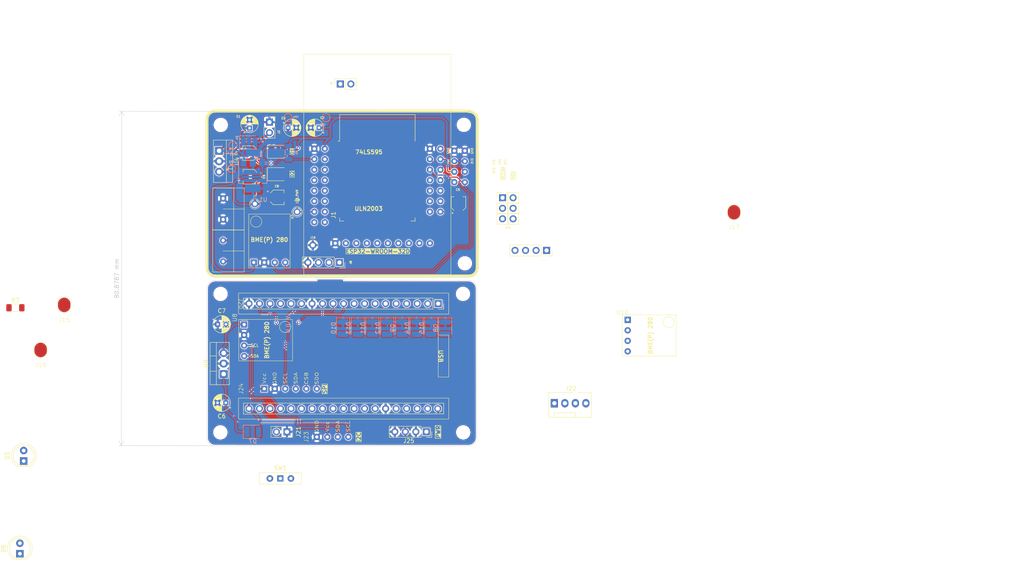
<source format=kicad_pcb>
(kicad_pcb (version 20240108) (generator "pcbnew") (generator_version "8.0")
  (layers (0 "F.Cu" signal) (31 "B.Cu" signal) (34 "B.Paste" user) (35 "F.Paste" user) (36 "B.SilkS" user "B.Silkscreen") (37 "F.SilkS" user "F.Silkscreen") (38 "B.Mask" user) (39 "F.Mask" user) (44 "Edge.Cuts" user))
  (net 0 "")
  (net 1 "GND")
  (net 2 "+3V3")
  (net 3 "+5V")
  (net 4 "/RXD")
  (net 5 "/TXD")
  (net 6 "/SDA")
  (net 7 "/GPIO_33")
  (net 8 "/SCL")
  (net 9 "/OUT3")
  (net 10 "/EN")
  (net 11 "/SOURCE2")
  (net 12 "/SOURCE1")
  (net 13 "/SOURCE3")
  (net 14 "/VDC")
  (net 15 "/DAC1")
  (net 16 "/DAC2")
  (net 17 "/GPIO39")
  (net 18 "/GPIO19")
  (net 19 "/GPIO17")
  (net 20 "/GPIO5")
  (net 21 "/GPIO18")
  (net 22 "/SD_DATA0")
  (net 23 "/ADC2_CH3")
  (net 24 "/SD_DATA3")
  (net 25 "/SD_CMD")
  (net 26 "/SD_CLK")
  (net 27 "/SD_DATA2")
  (net 28 "/SD_DATA1")
  (net 29 "/ADC2_CH0")
  (net 30 "/GPIO23")
  (net 31 "/GPIO36")
  (net 32 "/ADC2_CH2")
  (net 33 "/BOOT")
  (net 34 "/GPIO13")
  (net 35 "/SOURCE4")
  (net 36 "/SOURCE5")
  (net 37 "/SIPO_DATA")
  (net 38 "/SIPO_CLK")
  (net 39 "/SIPO_LATCH")
  (net 40 "/GPIO14")
  (net 41 "/OUT1")
  (net 42 "/VIN")
  (net 43 "Net-(D5-Pad1)")
  (net 44 "Net-(J15-Pin_1)")
  (net 45 "Net-(J19-Pin_1)")
  (net 46 "/OUT2")
  (net 58 "/RX")
  (net 63 "/TX")
  (net 74 "/SCL-2")
  (net 75 "/SDA-2")
  (net 78 "/12V")
  (net 80 "/QB-2")
  (net 81 "/QC-2")
  (net 82 "/QE-2")
  (net 83 "/QA-2")
  (net 84 "/QD-2")
  (net 85 "/QG-2")
  (net 86 "/QH-2")
  (net 87 "/QF-2")
  (net 88 "/SPI-SDO")
  (net 89 "/SPI-CSB")
  (net 90 "/SPI-SCL")
  (net 91 "/SPI-SDA")
  (net 92 "/D23")
  (net 93 "/D18")
  (net 94 "Net-(J21-Pin_2)")
  (footprint "Capacitor_THT:CP_Radial_D4.0mm_P2.00mm" (layer "F.Cu") (at 107 44.2 180)
    (property "Reference" "C2")
    (property "Value" "1uF")
  )
  (footprint "LED_SMD:LED_1210_3225Metric_Pad1.42x2.65mm_HandSolder" (layer "F.Cu") (at 97 55.45)
    (property "Reference" "D2")
    (property "Value" "STATUS")
  )
  (footprint "Capacitor_SMD:CP_Elec_3x5.3" (layer "F.Cu") (at 90.3 50.35 180)
    (property "Reference" "C4")
    (property "Value" "0.1uF")
  )
  (footprint "Resistor_SMD:R_1206_3216Metric_Pad1.30x1.75mm_HandSolder" (layer "F.Cu") (at 33.612 87.7585)
    (property "Reference" "R7")
    (property "Value" "4K7")
  )
  (footprint "LED_THT:LED_D5.0mm" (layer "F.Cu") (at 34.7 147.25 90)
    (property "Reference" "D6")
    (property "Value" "LED_STATUS")
  )
  (footprint "Button_Switch_THT:SW_Slide-03_Wuerth-WS-SLTV_10x2.5x6.4_P2.54mm" (layer "F.Cu") (at 97.66 129.05)
    (property "Reference" "SW1")
    (property "Value" "SW_SPDT")
  )
  (footprint "Connector:FanPinHeader_1x04_P2.54mm_Vertical" (layer "F.Cu") (at 163.88 110.85)
    (property "Reference" "J22")
    (property "Value" "Conn_01x04_Pin")
  )
  (footprint "Alexander Footprint Library:Pad_1x01_P2.54_SMD" (layer "F.Cu") (at 39.712 102.098)
    (property "Reference" "J19")
    (property "Value" "LED_PWR")
  )
  (footprint "Alexanddr Footprints Library:ESP32-WROOM-Adapter-Socket-2" (layer "F.Cu") (at 121.1 56.9025)
    (property "Reference" "J1")
    (property "Value" "~")
  )
  (footprint "Alexander Footprint Library:Pad_1x01_P2.54_SMD" (layer "F.Cu") (at 45.412 91.198)
    (property "Reference" "J15")
    (property "Value" "LED_PWR")
  )
  (footprint "MountingHole:MountingHole_3mm" (layer "F.Cu") (at 142 43.5)
    (property "Reference" "H1" (hide yes))
    (property "Value" "MountingHole_Pad")
  )
  (footprint "Connector_PinSocket_2.54mm:PinSocket_1x02_P2.54mm_Vertical" (layer "F.Cu") (at 99.25 117.775 -90)
    (property "Reference" "J21")
    (property "Value" "PWR")
  )
  (footprint "MountingHole:MountingHole_3mm" (layer "F.Cu") (at 83.25 43.53)
    (property "Reference" "H2" (hide yes))
    (property "Value" "MountingHole_Pad")
  )
  (footprint "Alexander Footprints Library:Conn_Terminal_5mm" (layer "F.Cu") (at 83.82 53.69)
    (property "Reference" "J9" (hide yes))
    (property "Value" "Conn_01x02_Socket")
  )
  (footprint "Alexander Footprint Library:Pad_1x01_P2.54_SMD" (layer "F.Cu") (at 207.3 68.7895)
    (property "Reference" "J17")
    (property "Value" "GND")
  )
  (footprint "MountingHole:MountingHole_3mm" (layer "F.Cu") (at 141.85 117.9)
    (property "Reference" "H4" (hide yes))
    (property "Value" "MountingHole_Pad")
  )
  (footprint "Capacitor_THT:CP_Radial_D4.0mm_P2.00mm" (layer "F.Cu") (at 82.5 91.75)
    (property "Reference" "C7")
    (property "Value" "1uF")
  )
  (footprint "Connector_PinSocket_2.54mm:PinSocket_1x04_P2.54mm_Vertical" (layer "F.Cu") (at 132.94 117.75 -90)
    (property "Reference" "J25")
    (property "Value" "PWR_SATA_Conn_01x04")
  )
  (footprint "Capacitor_SMD:CP_Elec_3x5.3" (layer "F.Cu") (at 90.4 56.05 180)
    (property "Reference" "C9")
    (property "Value" "0.1uF")
  )
  (footprint "Alexander Footprint Library:PinSocket_1x01_P2.54" (layer "F.Cu") (at 91.5 65.19)
    (property "Reference" "J7")
    (property "Value" "LED_PWR")
  )
  (footprint "Alexander Footprint Library:Conn_SPI" (layer "F.Cu") (at 88.68 107.35 90)
    (property "Reference" "J24")
    (property "Value" "~")
  )
  (footprint "Connector_PinSocket_2.54mm:PinSocket_1x02_P2.54mm_Vertical" (layer "F.Cu") (at 95.025 42.85)
    (property "Reference" "J2")
    (property "Value" "PWR")
  )
  (footprint "Connector_PinSocket_2.54mm:PinSocket_1x04_P2.54mm_Vertical" (layer "F.Cu") (at 111.94 76.8 -90)
    (property "Reference" "J6")
    (property "Value" "SOURCE")
  )
  (footprint "MountingHole:MountingHole_3mm" (layer "F.Cu") (at 83.15 117.9)
    (property "Reference" "H4" (hide yes))
    (property "Value" "MountingHole_Pad")
  )
  (footprint "Connector_PinSocket_2.54mm:PinSocket_1x04_P2.54mm_Vertical" (layer "F.Cu") (at 162 73.875 -90)
    (property "Reference" "J10" (hide yes))
    (property "Value" "ADC")
  )
  (footprint "Capacitor_SMD:CP_Elec_3x5.3" (layer "F.Cu") (at 140.7 62.65 90)
    (property "Reference" "C5")
    (property "Value" "0.1uF")
  )
  (footprint "MountingHole:MountingHole_3mm" (layer "F.Cu") (at 141.8 84.4)
    (property "Reference" "H4" (hide yes))
    (property "Value" "MountingHole_Pad")
  )
  (footprint "Capacitor_THT:CP_Radial_D4.0mm_P2.00mm" (layer "F.Cu") (at 99.5 44.2)
    (property "Reference" "C3")
    (property "Value" "1uF")
  )
  (footprint "Alexander Footprint Library:Conn_ESP32_WROOM-DevKit-38pins" (layer "F.Cu") (at 87.54 86.75 -90)
    (property "Reference" "J20")
    (property "Value" "~")
  )
  (footprint "Capacitor_SMD:CP_Elec_3x5.3" (layer "F.Cu") (at 96.8 61.05)
    (property "Reference" "C8")
    (property "Value" "10uF")
  )
  (footprint "Alexander Footprint Library:LD1117" (layer "F.Cu") (at 83.945 103.79 90)
    (property "Reference" "U9")
    (property "Value" "L7805")
  )
  (footprint "Alexander Footprint Library:PinSocket_1x01_P2.54" (layer "F.Cu") (at 101.7 67.12)
    (property "Reference" "J18")
    (property "Value" "LED_PWR")
  )
  (footprint "Alexander Footprint Library:Conn_I2C" (layer "F.Cu") (at 98.84 119 90)
    (property "Reference" "J23")
    (property "Value" "I2C")
  )
  (footprint "Capacitor_THT:CP_Radial_D4.0mm_P2.00mm" (layer "F.Cu") (at 84.4726 110.75 180)
    (property "Reference" "C6")
    (property "Value" "1uF")
  )
  (footprint "Alexander Footprint Library:BME280_BMP280_I2C" (layer "F.Cu") (at 180.3 89.45)
    (property "Reference" "U10")
    (property "Value" "BME(P)280")
  )
  (footprint "MountingHole:MountingHole_3mm" (layer "F.Cu") (at 83.2 84.4)
    (property "Reference" "H4" (hide yes))
    (property "Value" "MountingHole_Pad")
  )
  (footprint "Connector_PinSocket_2.54mm:PinSocket_1x02_P2.54mm_Vertical" (layer "F.Cu") (at 112.15 33.625 90)
    (property "Reference" "J5")
    (property "Value" "DAC")
  )
  (footprint "Alexander Footprint Library:CONN_2x3" (layer "F.Cu") (at 151.36 56.07)
    (property "Reference" "J14")
    (property "Value" "GPIO")
  )
  (footprint "Alexander Footprints Library:Conn_UART" (layer "F.Cu") (at 139.7 42.15)
    (property "Reference" "J3" (hide yes))
    (property "Value" "UART")
  )
  (footprint "Alexander Footprint Library:PinSocket_1x01_P2.54" (layer "F.Cu") (at 105.5 75.19)
    (property "Reference" "J16")
    (property "Value" "GND")
  )
  (footprint "Capacitor_THT:CP_Radial_D4.0mm_P2.00mm" (layer "F.Cu") (at 90.2 44.3 90)
    (property "Reference" "C1")
    (property "Value" "1uF")
  )
  (footprint "Alexander Footprint Library:BME280_BMP280_I2C" (layer "F.Cu") (at 90 78.1 90)
    (property "Reference" "U7")
    (property "Value" "BME(P)280")
  )
  (footprint "Alexander Footprint Library:LD1117" (layer "F.Cu") (at 82.855 49.77 -90)
    (property "Reference" "U4")
    (property "Value" "L7805")
  )
  (footprint "Alexander Footprints Library:Conn_I2C" (layer "F.Cu") (at 142.24 42.15)
    (property "Reference" "J4" (hide yes))
    (property "Value" "I2C")
  )
  (footprint "LED_THT:LED_D5.0mm" (layer "F.Cu") (at 35.612 124.8335 90)
    (property "Reference" "D5")
    (property "Value" "LED_PWR")
  )
  (footprint "Alexander Footprint Library:BME280_BMP280_I2C" (layer "F.Cu") (at 87.6 90.59)
    (property "Reference" "U8")
    (property "Value" "BME(P)280")
  )
  (footprint "LED_SMD:LED_1210_3225Metric_Pad1.42x2.65mm_HandSolder" (layer "F.Cu") (at 97 50)
    (property "Reference" "D1")
    (property "Value" "PWR")
  )
  (footprint "MountingHole:MountingHole_3mm" (layer "F.Cu") (at 142.25 77)
    (property "Reference" "H4" (hide yes))
    (property "Value" "MountingHole_Pad")
  )
  (footprint "Alexander Footprints Library:Conn_Terminal_5mm" (layer "F.Cu") (at 83.82 63.85)
    (property "Reference" "J8" (hide yes))
    (property "Value" "Conn_01x02_Socket")
  )
  (footprint "TestPoint:TestPoint_Pad_D1.5mm" (layer "B.Cu") (at 99.5 41.75 180)
    (property "Reference" "TP4")
    (property "Value" "5V")
  )
  (footprint "LED_SMD:LED_1210_3225Metric_Pad1.42x2.65mm_HandSolder" (layer "B.Cu") (at 127.1 92.65 -90)
    (property "Reference" "D9")
    (property "Value" "PWR")
  )
  (footprint "TestPoint:TestPoint_Pad_D1.5mm" (layer "B.Cu") (at 108.7 41.75 180)
    (property "Reference" "TP3")
    (property "Value" "3V3")
  )
  (footprint "LED_SMD:LED_1210_3225Metric_Pad1.42x2.65mm_HandSolder" (layer "B.Cu") (at 119.9 92.65 -90)
    (property "Reference" "D11")
    (property "Value" "PWR")
  )
  (footprint "Diode_SMD:D_1210_3225Metric" (layer "B.Cu") (at 91 117.75)
    (property "Reference" "D7")
    (property "Value" "D")
  )
  (footprint "LED_SMD:LED_1210_3225Metric_Pad1.42x2.65mm_HandSolder" (layer "B.Cu") (at 134.1 92.65 -90)
    (property "Reference" "D15")
    (property "Value" "PWR")
  )
  (footprint "Resistor_SMD:R_1206_3216Metric_Pad1.30x1.75mm_HandSolder" (layer "B.Cu") (at 99.7 50.25 -90)
    (property "Reference" "R1")
    (property "Value" "10K")
  )
  (footprint "Diode_SMD:D_1210_3225Metric" (layer "B.Cu") (at 90.1 47.75)
    (property "Reference" "D4")
    (property "Value" "D")
  )
  (footprint "LED_SMD:LED_1210_3225Metric_Pad1.42x2.65mm_HandSolder" (layer "B.Cu") (at 130.6 92.65 -90)
    (property "Reference" "D14")
    (property "Value" "PWR")
  )
  (footprint "TestPoint:TestPoint_Pad_D1.5mm" (layer "B.Cu") (at 86.2 48.45 180)
    (property "Reference" "TP1")
    (property "Value" "VIN")
  )
  (footprint "LED_SMD:LED_1210_3225Metric_Pad1.42x2.65mm_HandSolder" (layer "B.Cu") (at 123.5 92.65 -90)
    (property "Reference" "D12")
    (property "Value" "PWR")
  )
  (footprint "TestPoint:TestPoint_Pad_D1.5mm" (layer "B.Cu") (at 85.9 54.15 180)
    (property "Reference" "TP2")
    (property "Value" "GND")
  )
  (footprint "LED_SMD:LED_1210_3225Metric_Pad1.42x2.65mm_HandSolder" (layer "B.Cu") (at 116.4 92.65 -90)
    (property "Reference" "D13")
    (property "Value" "PWR")
  )
  (footprint "LED_SMD:LED_1210_3225Metric_Pad1.42x2.65mm_HandSolder" (layer "B.Cu") (at 112.8 92.65 -90)
    (property "Reference" "D10")
    (property "Value" "PWR")
  )
  (footprint "Package_TO_SOT_SMD:SOT-223-3_TabPin2" (layer "B.Cu") (at 91 55.75 -90)
    (property "Reference" "U1")
    (property "Value" "AMS1117-3V3")
  )
  (footprint "LED_SMD:LED_1210_3225Metric_Pad1.42x2.65mm_HandSolder" (layer "B.Cu") (at 137.5 92.65 -90)
    (property "Reference" "D8")
    (property "Value" "PWR")
  )
  (gr_line (start 145.25 42.11421) (end 145.25 78.085782) (stroke (width 0.75)) (layer "F.SilkS"))
  (gr_line (start 81.914218 40.164218) (end 143.08579 40.164218) (stroke (width 0.75)) (layer "F.SilkS"))
  (gr_arc (start 145.25 78.085782) (mid 144.66422 79.500007) (end 143.25 80.085782) (stroke (width 0.75)) (layer "F.SilkS"))
  (gr_line (start 79.914218 42.11421) (end 79.914218 78.085782) (stroke (width 0.75)) (layer "F.SilkS"))
  (gr_arc (start 81.914218 80.085782) (mid 80.499999 79.500001) (end 79.914218 78.085782) (stroke (width 0.75)) (layer "F.SilkS"))
  (gr_arc (start 143.25 40.25) (mid 144.664214 40.835786) (end 145.25 42.25) (stroke (width 0.75)) (layer "F.SilkS"))
  (gr_arc (start 79.914218 42.164218) (mid 80.499999 40.749999) (end 81.914218 40.164218) (stroke (width 0.75)) (layer "F.SilkS"))
  (gr_line (start 81.914214 80.085782) (end 143.085786 80.085782) (stroke (width 0.75)) (layer "F.SilkS"))
  (gr_line (start 82.014214 80.235786) (end 106.4 80.25) (stroke (width 0.1)) (layer "Edge.Cuts"))
  (gr_line (start 80 42.25) (end 80.014214 78.235786) (stroke (width 0.1)) (layer "Edge.Cuts"))
  (gr_arc (start 79.921321 83.157107) (mid 80.507106 81.742896) (end 81.921321 81.157107) (stroke (width 0.1)) (layer "Edge.Cuts"))
  (gr_line (start 81.921321 121.128679) (end 143.107107 121.142893) (stroke (width 0.1)) (layer "Edge.Cuts"))
  (gr_arc (start 81.921321 121.128679) (mid 80.507101 120.542899) (end 79.921321 119.128679) (stroke (width 0.1)) (layer "Edge.Cuts"))
  (gr_line (start 143.092893 81.157107) (end 113 81.15) (stroke (width 0.1)) (layer "Edge.Cuts"))
  (gr_arc (start 145.107107 119.142893) (mid 144.521321 120.557107) (end 143.107107 121.142893) (stroke (width 0.1)) (layer "Edge.Cuts"))
  (gr_line (start 106.4 81.15) (end 81.921321 81.157107) (stroke (width 0.1)) (layer "Edge.Cuts"))
  (gr_arc (start 143.185786 40.264214) (mid 144.600004 40.849996) (end 145.185786 42.264214) (stroke (width 0.1)) (layer "Edge.Cuts"))
  (gr_line (start 113 80.25) (end 143.185786 80.235786) (stroke (width 0.1)) (layer "Edge.Cuts"))
  (gr_arc (start 82.014214 80.235786) (mid 80.599996 79.650004) (end 80.014214 78.235786) (stroke (width 0.1)) (layer "Edge.Cuts"))
  (gr_line (start 145.185786 42.264214) (end 145.185786 78.235786) (stroke (width 0.1)) (layer "Edge.Cuts"))
  (gr_arc (start 80 42.25) (mid 80.585786 40.835786) (end 82 40.25) (stroke (width 0.1)) (layer "Edge.Cuts"))
  (gr_line (start 145.107107 119.142893) (end 145.092893 83.157107) (stroke (width 0.1)) (layer "Edge.Cuts"))
  (gr_line (start 79.921321 119.128679) (end 79.921321 83.157107) (stroke (width 0.1)) (layer "Edge.Cuts"))
  (gr_line (start 106.4 81.15) (end 106.4 80.25) (stroke (width 0.1)) (layer "Edge.Cuts"))
  (gr_arc (start 145.185786 78.235786) (mid 144.600004 79.650004) (end 143.185786 80.235786) (stroke (width 0.1)) (layer "Edge.Cuts"))
  (gr_arc (start 143.092893 81.157107) (mid 144.507112 81.742888) (end 145.092893 83.157107) (stroke (width 0.1)) (layer "Edge.Cuts"))
  (gr_line (start 113 81.15) (end 113 80.25) (stroke (width 0.1)) (layer "Edge.Cuts"))
  (gr_line (start 143.185786 40.264214) (end 82 40.25) (stroke (width 0.1)) (layer "Edge.Cuts"))
  (gr_text "SCL" (at 90.4 96.85 0) (layer "F.SilkS") (effects (font (size 0.7 0.7) (thickness 0.125) (bold yes)) (justify left)))
  (gr_text "SDA" (at 90.4 99.45 0) (layer "F.SilkS") (effects (font (size 0.7 0.7) (thickness 0.125) (bold yes)) (justify left)))
  (gr_text "PWR" (at 136.4 119.55 90) (layer "F.SilkS" knockout) (effects (font (size 1 1) (thickness 0.25) (bold yes)) (justify left bottom)))
  (gr_text "74LS595" (at 119.057143 50.1 0) (layer "F.SilkS") (effects (font (size 1 1) (thickness 0.2) (bold yes))))
  (gr_text "ULN2003" (at 115.5 64.374 0) (layer "F.SilkS") (effects (font (size 1 1) (thickness 0.2) (bold yes)) (justify left bottom)))
  (dimension (type aligned) (layer "Edge.Cuts") (pts (xy 81.921321 121.128679) (xy 82 40.25)) (height -22.6907) (gr_text "80.8787 mm" (at 58.119973 80.666146 89.94426182) (layer "Edge.Cuts") (effects (font (size 1 1) (thickness 0.15)))) (format (prefix "") (suffix "") (units 3) (units_format 1) (precision 4)) (style (thickness 0.1) (arrow_length 1.27) (text_position_mode 0) (extension_height 0.58642) (extension_offset 0.5) keep_text_aligned))
  (segment (start 84.21 66) (end 83.82 66.39) (width 0.5) (layer "F.Cu") (net 1))
  (segment (start 95.5 54.8625) (end 95.5125 54.85) (width 0.25) (layer "F.Cu") (net 1))
  (segment (start 95.5 55.4625) (end 95.5125 55.45) (width 0.25) (layer "F.Cu") (net 1))
  (segment (start 91.5 59.65) (end 91.9 59.25) (width 0.5) (layer "F.Cu") (net 2))
  (segment (start 101.15 50) (end 102 49.15) (width 0.5) (layer "F.Cu") (net 2))
  (segment (start 90.08 108.57) (end 90.08 112.15) (width 0.5) (layer "F.Cu") (net 2))
  (segment (start 94.63 62.62) (end 91.5 62.62) (width 0.5) (layer "F.Cu") (net 2))
  (segment (start 91.3 107.35) (end 90.08 108.57) (width 0.5) (layer "F.Cu") (net 2))
  (segment (start 91.9 59.25) (end 91.9 56.05) (width 0.5) (layer "F.Cu") (net 2))
  (segment (start 98.4875 50) (end 101.15 50) (width 0.5) (layer "F.Cu") (net 2))
  (segment (start 93.76 107.35) (end 91.3 107.35) (width 0.5) (layer "F.Cu") (net 2))
  (segment (start 95.3 61.05) (end 95.3 61.95) (width 0.5) (layer "F.Cu") (net 2))
  (segment (start 95.3 61.95) (end 94.63 62.62) (width 0.5) (layer "F.Cu") (net 2))
  (segment (start 91.5 62.62) (end 91.5 59.65) (width 0.5) (layer "F.Cu") (net 2))
  (via (at 102 49.15) (size 0.8) (drill 0.4) (layers "F.Cu" "B.Cu") (net 2))
  (segment (start 96.075 48.7) (end 97.525 48.7) (width 0.5) (layer "B.Cu") (net 2))
  (segment (start 108.4 49.2825) (end 108.4 47.85) (width 0.5) (layer "B.Cu") (net 2))
  (segment (start 109.408578 44.2) (end 107 44.2) (width 0.5) (layer "B.Cu") (net 2))
  (segment (start 109.5 46.75) (end 109.75 46.5) (width 0.5) (layer "B.Cu") (net 2))
  (segment (start 93.21 115.25) (end 101 115.25) (width 0.5) (layer "B.Cu") (net 2))
  (segment (start 81.3 75.997918) (end 81.3 59.75104) (width 0.5) (layer "B.Cu") (net 2))
  (segment (start 93.3 54.905025) (end 93.3 52.6) (width 0.5) (layer "B.Cu") (net 2))
  (segment (start 100 48.7) (end 100 48.03033) (width 0.5) (layer "B.Cu") (net 2))
  (segment (start 137.9 51.55) (end 138.66 52.31) (width 0.5) (layer "B.Cu") (net 2))
  (segment (start 109 117.5) (end 109 119) (width 0.5) (layer "B.Cu") (net 2))
  (segment (start 84.202081 78.9) (end 89.990883 78.9) (width 0.5) (layer "B.Cu") (net 2))
  (segment (start 109.75 45) (end 109.75 44.141421) (width 0.5) (layer "B.Cu") (net 2))
  (segment (start 103 46.75) (end 101.28033 46.75) (width 0.5) (layer "B.Cu") (net 2))
  (segment (start 109.75 43.858578) (end 109.75 44.141421) (width 0.5) (layer "B.Cu") (net 2))
  (segment (start 138.66 52.31) (end 139.7 52.31) (width 0.5) (layer "B.Cu") (net 2))
  (segment (start 139.7 52.31) (end 142.24 52.31) (width 0.5) (layer "B.Cu") (net 2))
  (segment (start 129.1 41.75) (end 136.8 41.75) (width 0.5) (layer "B.Cu") (net 2))
  (segment (start 112.31066 41.75) (end 129.1 41.75) (width 0.5) (layer "B.Cu") (net 2))
  (segment (start 88.207106 62.75) (end 91.5 62.75) (width 0.5) (layer "B.Cu") (net 2))
  (segment (start 86.5 61.042893) (end 86.5 57.5) (width 0.5) (layer "B.Cu") (net 2))
  (segment (start 103 46.75) (end 109.5 46.75) (width 0.5) (layer "B.Cu") (net 2))
  (segment (start 101 115.25) (end 102.5 116.75) (width 0.5) (layer "B.Cu") (net 2))
  (segment (start 137.9 42.85) (end 137.9 51.55) (width 0.5) (layer "B.Cu") (net 2))
  (segment (start 91.22 77.670883) (end 91.22 76.8) (width 0.5) (layer "B.Cu") (net 2))
  (segment (start 89.455634 56.1) (end 92.105025 56.1) (width 0.5) (layer "B.Cu") (net 2))
  (segment (start 96.075 48.7) (end 95.177817 48.7) (width 0.5) (layer "B.Cu") (net 2))
  (segment (start 90.11 112.15) (end 93.21 115.25) (width 0.5) (layer "B.Cu") (net 2))
  (segment (start 136.8 41.75) (end 137.9 42.85) (width 0.5) (layer "B.Cu") (net 2))
  (segment (start 108.4 47.85) (end 109.75 46.5) (width 0.5) (layer "B.Cu") (net 2))
  (segment (start 108.25 116.75) (end 109 117.5) (width 0.5) (layer "B.Cu") (net 2))
  (segment (start 109.75 46.5) (end 109.75 45) (width 0.5) (layer "B.Cu") (net 2))
  (segment (start 110.015165 42.984834) (end 110.5 42.5) (width 0.5) (layer "B.Cu") (net 2))
  (segment (start 102 47.75) (end 103 46.75) (width 0.5) (layer "B.Cu") (net 2))
  (segment (start 109.75 43.858578) (end 109.75 43.625) (width 0.5) (layer "B.Cu") (net 2))
  (segment (start 93.3 52.6) (end 93.3 50.577817) (width 0.5) (layer "B.Cu") (net 2))
  (segment (start 82.75104 58.3) (end 84.144365 58.3) (width 0.5) (layer "B.Cu") (net 2))
  (segment (start 102 49.15) (end 102 47.75) (width 0.5) (layer "B.Cu") (net 2))
  (segment (start 102.5 116.75) (end 108.25 116.75) (width 0.5) (layer "B.Cu") (net 2))
  (segment (start 129.3 41.75) (end 129.1 41.75) (width 0.5) (layer "B.Cu") (net 2))
  (segment (start 108.7 41.75) (end 112.31066 41.75) (width 0.5) (layer "B.Cu") (net 2))
  (segment (start 100 48.7) (end 97.525 48.7) (width 0.5) (layer "B.Cu") (net 2))
  (arc (start 93.3 54.905025) (mid 93.209037 55.362322) (end 92.95 55.75) (width 0.5) (layer "B.Cu") (net 2))
  (arc (start 86.8 57.2) (mid 85.581584 58.014119) (end 84.144365 58.3) (width 0.5) (layer "B.Cu") (net 2))
  (arc (start 89.455634 56.1) (mid 88.018415 56.38588) (end 86.8 57.2) (width 0.5) (layer "B.Cu") (net 2))
  (arc (start 86.5 61.042893) (mid 86.629945 61.696174) (end 87 62.25) (width 0.5) (layer "B.Cu") (net 2))
  (arc (start 82.75104 58.3) (mid 82.195751 58.410453) (end 81.725 58.725) (width 0.5) (layer "B.Cu") (net 2))
  (arc (start 92.95 55.75) (mid 92.562322 56.009037) (end 92.105025 56.1) (width 0.5) (layer "B.Cu") (net 2))
  (arc (start 109.75 43.625) (mid 109.818914 43.278544) (end 110.015165 42.984834) (width 0.5) (layer "B.Cu") (net 2))
  (arc (start 95.177817 48.7) (mid 94.459207 48.84294) (end 93.85 49.25) (width 0.5) (layer "B.Cu") (net 2))
  (arc (start 82.15 78.05) (mid 83.091502 78.679092) (end 84.202081 78.9) (width 0.5) (layer "B.Cu") (net 2))
  (arc (start 109.75 44.141421) (mid 109.713838 44.087301) (end 109.65 44.1) (width 0.5) (layer "B.Cu") (net 2))
  (arc (start 93.85 49.25) (mid 93.44294 49.859207) (end 93.3 50.577817) (width 0.5) (layer "B.Cu") (net 2))
  (arc (start 90.86 78.54) (mid 90.461245 78.806439) (end 89.990883 78.9) (width 0.5) (layer "B.Cu") (net 2))
  (arc (start 109.65 44.1) (mid 109.539234 44.17401) (end 109.408578 44.2) (width 0.5) (layer "B.Cu") (net 2))
  (arc (start 87 62.25) (mid 87.553825 62.620054) (end 88.207106 62.75) (width 0.5) (layer "B.Cu") (net 2))
  (arc (start 81.725 58.725) (mid 81.410453 59.195751) (end 81.3 59.75104) (width 0.5) (layer "B.Cu") (net 2))
  (arc (start 101.28033 46.75) (mid 100.790368 46.847459) (end 100.375 47.125) (width 0.5) (layer "B.Cu") (net 2))
  (arc (start 91.22 77.670883) (mid 91.126439 78.141245) (end 90.86 78.54) (width 0.5) (layer "B.Cu") (net 2))
  (arc (start 110.5 42.5) (mid 111.330737 41.944918) (end 112.31066 41.75) (width 0.5) (layer "B.Cu") (net 2))
  (arc (start 109.65 44.1) (mid 109.72401 43.989234) (end 109.75 43.858578) (width 0.5) (layer "B.Cu") (net 2))
  (arc (start 100.375 47.125) (mid 100.097459 47.540368) (end 100 48.03033) (width 0.5) (layer "B.Cu") (net 2))
  (arc (start 81.3 75.997918) (mid 81.520907 77.108496) (end 82.15 78.05) (width 0.5) (layer "B.Cu") (net 2))
  (segment (start 99.5 45.693413) (end 99.5 44.2) (width 0.5) (layer "F.Cu") (net 3))
  (segment (start 98.6375 46.9625) (end 99.2125 46.3875) (width 0.5) (layer "F.Cu") (net 3))
  (segment (start 127.86 116.39) (end 129 115.25) (width 0.5) (layer "F.Cu") (net 3))
  (segment (start 86.21 98.71) (end 83.945 98.71) (width 0.5) (layer "F.Cu") (net 3))
  (segment (start 87.75 115.25) (end 86.75 114.25) (width 0.5) (layer "F.Cu") (net 3))
  (segment (start 129 115.25) (end 135.25 115.25) (width 0.5) (layer "F.Cu") (net 3))
  (segment (start 135.81 114.69) (end 135.81 112.15) (width 0.5) (layer "F.Cu") (net 3))
  (segment (start 88.1 47.25) (end 97.943413 47.25) (width 0.5) (layer "F.Cu") (net 3))
  (segment (start 84.9 54.85) (end 85.4 54.35) (width 0.5) (layer "F.Cu") (net 3))
  (segment (start 85.4 54.35) (end 85.4 49.95) (width 0.5) (layer "F.Cu") (net 3))
  (segment (start 127.86 118.65) (end 127.86 116.39) (width 0.5) (layer "F.Cu") (net 3))
  (segment (start 129 115.25) (end 87.75 115.25) (width 0.5) (layer "F.Cu") (net 3))
  (segment (start 86.75 114.25) (end 86.75 99.25) (width 0.5) (layer "F.Cu") (net 3))
  (segment (start 135.25 115.25) (end 135.81 114.69) (width 0.5) (layer "F.Cu") (net 3))
  (segment (start 82.855 54.85) (end 84.9 54.85) (width 0.5) (layer "F.Cu") (net 3))
  (segment (start 85.4 49.95) (end 88.1 47.25) (width 0.5) (layer "F.Cu") (net 3))
  (segment (start 86.75 99.25) (end 86.21 98.71) (width 0.5) (layer "F.Cu") (net 3))
  (arc (start 97.943413 47.25) (mid 98.31905 47.175281) (end 98.6375 46.9625) (width 0.5) (layer "F.Cu") (net 3))
  (arc (start 99.5 45.693413) (mid 99.425281 46.06905) (end 99.2125 46.3875) (width 0.5) (layer "F.Cu") (net 3))
  (segment (start 84.5 96.65) (end 83.945 97.205) (width 0.5) (layer "B.Cu") (net 3))
  (segment (start 83.945 97.205) (end 83.945 98.71) (width 0.5) (layer "B.Cu") (net 3))
  (segment (start 88.9 91.81) (end 86.64 91.81) (width 0.5) (layer "B.Cu") (net 3))
  (segment (start 86.64 91.81) (end 84.5 93.95) (width 0.5) (layer "B.Cu") (net 3))
  (segment (start 84.5 93.95) (end 84.5 96.65) (width 0.5) (layer "B.Cu") (net 3))
  (segment (start 99.5 42.25) (end 99.5 44.2) (width 0.25) (layer "B.Cu") (net 3))
  (segment (start 84.5 91.75) (end 84.5 93.95) (width 0.5) (layer "B.Cu") (net 3))
  (segment (start 139.7 57.35) (end 139.7 57.39) (width 0.25) (layer "F.Cu") (net 4))
  (segment (start 140.3 57.45) (end 139.3 57.45) (width 0.25) (layer "F.Cu") (net 4))
  (segment (start 139.04 57.39) (end 139.7 57.39) (width 0.25) (layer "F.Cu") (net 4))
  (segment (start 137.96 55.65) (end 139.7 57.39) (width 0.25) (layer "B.Cu") (net 4))
  (segment (start 133.8 54.3625) (end 135.0875 55.65) (width 0.25) (layer "B.Cu") (net 4))
  (segment (start 135.0875 55.65) (end 137.96 55.65) (width 0.25) (layer "B.Cu") (net 4))
  (segment (start 138 52.25) (end 137.5725 51.8225) (width 0.25) (layer "F.Cu") (net 5))
  (segment (start 139.7 54.85) (end 138.3 54.85) (width 0.25) (layer "F.Cu") (net 5))
  (segment (start 137.5725 51.8225) (end 136.34 51.8225) (width 0.25) (layer "F.Cu") (net 5))
  (segment (start 138 54.55) (end 138 52.25) (width 0.25) (layer "F.Cu") (net 5))
  (segment (start 138.3 54.85) (end 138 54.55) (width 0.25) (layer "F.Cu") (net 5))
  (segment (start 139.7 54.85) (end 139.5 54.85) (width 0.25) (layer "F.Cu") (net 5))
  (segment (start 142.24 54.85) (end 142.24 55.51) (width 0.25) (layer "F.Cu") (net 6))
  (segment (start 98.84 76.8) (end 98.84 78.09) (width 0.25) (layer "B.Cu") (net 6))
  (segment (start 141 57.95) (end 141 56.09) (width 0.25) (layer "B.Cu") (net 6))
  (segment (start 140.990501 53.600501) (end 142.24 54.85) (width 0.25) (layer "B.Cu") (net 6))
  (segment (start 136.34 54.3625) (end 137.101999 53.600501) (width 0.25) (layer "B.Cu") (net 6))
  (segment (start 143.281802 72.781802) (end 143.55 72.513604) (width 0.25) (layer "B.Cu") (net 6))
  (segment (start 99.4 78.65) (end 130.7 78.65) (width 0.25) (layer "B.Cu") (net 6))
  (segment (start 130.7 78.65) (end 134.55 78.65) (width 0.25) (layer "B.Cu") (net 6))
  (segment (start 143.55 72.513604) (end 143.55 60.5) (width 0.25) (layer "B.Cu") (net 6))
  (segment (start 143.55 60.5) (end 141 57.95) (width 0.25) (layer "B.Cu") (net 6))
  (segment (start 140.418198 72.781802) (end 143.281802 72.781802) (width 0.25) (layer "B.Cu") (net 6))
  (segment (start 98.84 78.09) (end 99.4 78.65) (width 0.25) (layer "B.Cu") (net 6))
  (segment (start 141 56.09) (end 142.24 54.85) (width 0.25) (layer "B.Cu") (net 6))
  (segment (start 137.101999 53.600501) (end 140.990501 53.600501) (width 0.25) (layer "B.Cu") (net 6))
  (segment (start 134.55 78.65) (end 140.418198 72.781802) (width 0.25) (layer "B.Cu") (net 6))
  (segment (start 135.1 55.15) (end 135.6 55.65) (width 0.25) (layer "F.Cu") (net 8))
  (segment (start 133.8 51.8225) (end 135.1 53.1225) (width 0.25) (layer "F.Cu") (net 8))
  (segment (start 141.603604 57.39) (end 142.24 57.39) (width 0.25) (layer "F.Cu") (net 8))
  (segment (start 137.3 55.65) (end 137.8 56.15) (width 0.25) (layer "F.Cu") (net 8))
  (segment (start 135.1 53.1225) (end 135.1 55.15) (width 0.25) (layer "F.Cu") (net 8))
  (segment (start 135.6 55.65) (end 137.3 55.65) (width 0.25) (layer "F.Cu") (net 8))
  (segment (start 140.363604 56.15) (end 141.603604 57.39) (width 0.25) (layer "F.Cu") (net 8))
  (segment (start 137.8 56.15) (end 140.363604 56.15) (width 0.25) (layer "F.Cu") (net 8))
  (segment (start 142.24 58.553604) (end 142.24 57.39) (width 0.25) (layer "B.Cu") (net 8))
  (segment (start 144 72.7) (end 144 60.313604) (width 0.25) (layer "B.Cu") (net 8))
  (segment (start 134.8 79.1) (end 140.6 73.3) (width 0.25) (layer "B.Cu") (net 8))
  (segment (start 140.6 73.3) (end 143.4 73.3) (width 0.25) (layer "B.Cu") (net 8))
  (segment (start 96.3 76.8) (end 96.3 78.45) (width 0.25) (layer "B.Cu") (net 8))
  (segment (start 143.4 73.3) (end 144 72.7) (width 0.25) (layer "B.Cu") (net 8))
  (segment (start 96.3 78.45) (end 96.95 79.1) (width 0.25) (layer "B.Cu") (net 8))
  (segment (start 144 60.313604) (end 142.24 58.553604) (width 0.25) (layer "B.Cu") (net 8))
  (segment (start 96.95 79.1) (end 134.8 79.1) (width 0.25) (layer "B.Cu") (net 8))
  (segment (start 92.3 52.75) (end 91.8 52.25) (width 0.25) (layer "F.Cu") (net 10))
  (segment (start 91.8 52.25) (end 91.8 50.35) (width 0.25) (layer "F.Cu") (net 10))
  (segment (start 95.4 52.75) (end 92.3 52.75) (width 0.25) (layer "F.Cu") (net 10))
  (via (at 95.4 52.75) (size 0.8) (drill 0.4) (layers "F.Cu" "B.Cu") (net 10))
  (segment (start 95.4 52.75) (end 96.7 52.75) (width 0.25) (layer "B.Cu") (net 10))
  (segment (start 101.4 51.8) (end 101.45 51.8) (width 0.25) (layer "B.Cu") (net 10))
  (segment (start 105.86 51.8225) (end 101.4225 51.8225) (width 0.25) (layer "B.Cu") (net 10))
  (segment (start 99.7 51.8) (end 101.4 51.8) (width 0.25) (layer "B.Cu") (net 10))
  (segment (start 97.65 51.8) (end 99.7 51.8) (width 0.25) (layer "B.Cu") (net 10))
  (segment (start 101.4225 51.8225) (end 101.4 51.8) (width 0.25) (layer "B.Cu") (net 10))
  (segment (start 96.7 52.75) (end 97.65 51.8) (width 0.25) (layer "B.Cu") (net 10))
  (segment (start 86.37 71.47) (end 88 73.1) (width 0.5) (layer "F.Cu") (net 11))
  (segment (start 88 73.1) (end 99 73.1) (width 0.5) (layer "F.Cu") (net 11))
  (segment (start 83.82 71.47) (end 86.37 71.47) (width 0.5) (layer "F.Cu") (net 11))
  (segment (start 86.275 76.55) (end 88.075 74.75) (width 0.5) (layer "F.Cu") (net 12))
  (segment (start 83.82 76.55) (end 86.275 76.55) (width 0.5) (layer "F.Cu") (net 12))
  (segment (start 88.075 74.75) (end 99.75 74.75) (width 0.5) (layer "F.Cu") (net 12))
  (segment (start 95.025 45.425) (end 92.7 47.75) (width 0.5) (layer "B.Cu") (net 14))
  (segment (start 92.7 47.75) (end 91.5 47.75) (width 0.5) (layer "B.Cu") (net 14))
  (segment (start 92.425 117.775) (end 92.4 117.75) (width 0.5) (layer "B.Cu") (net 14))
  (segment (start 95.025 45.39) (end 95.025 45.425) (width 0.5) (layer "B.Cu") (net 14))
  (segment (start 138.5 64.15) (end 140.7 64.15) (width 0.25) (layer "F.Cu") (net 33))
  (segment (start 136.34 64.5225) (end 138.1275 64.5225) (width 0.25) (layer "F.Cu") (net 33))
  (segment (start 138.1275 64.5225) (end 138.5 64.15) (width 0.25) (layer "F.Cu") (net 33))
  (segment (start 101.7 56.05) (end 101.1 55.45) (width 0.25) (layer "F.Cu") (net 40))
  (segment (start 101.7 64.55) (end 105.8325 64.55) (width 0.25) (layer "F.Cu") (net 40))
  (segment (start 105.8325 64.55) (end 105.86 64.5225) (width 0.25) (layer "F.Cu") (net 40))
  (segment (start 101.1 55.45) (end 98.4875 55.45) (width 0.25) (layer "F.Cu") (net 40))
  (segment (start 101.7 64.55) (end 101.7 56.05) (width 0.25) (layer "F.Cu") (net 40))
  (segment (start 82.98 49.77) (end 82.855 49.77) (width 0.5) (layer "F.Cu") (net 42))
  (segment (start 90.2 44.3) (end 88.45 44.3) (width 0.5) (layer "F.Cu") (net 42))
  (segment (start 88.45 44.3) (end 82.98 49.77) (width 0.5) (layer "F.Cu") (net 42))
  (segment (start 88.7 50.546446) (end 88.7 51.253553) (width 0.5) (layer "B.Cu") (net 42))
  (segment (start 84.4726 112.4726) (end 84.4726 109.5) (width 0.5) (layer "B.Cu") (net 42))
  (segment (start 88.7 45.153553) (end 88.7 47.4) (width 0.5) (layer "B.Cu") (net 42))
  (segment (start 86.2 49.11) (end 86.2 48.45) (width 0.25) (layer "B.Cu") (net 42))
  (segment (start 88.45 50.65) (end 88.2 50.4) (width 0.5) (layer "B.Cu") (net 42))
  (segment (start 88.7 50.546446) (end 88.7 47.4) (width 0.5) (layer "B.Cu") (net 42))
  (segment (start 84.4726 107.0826) (end 83.945 106.555) (width 0.5) (layer "B.Cu") (net 42))
  (segment (start 83.945 106.555) (end 83.945 103.79) (width 0.5) (layer "B.Cu") (net 42))
  (segment (start 88.45 50.65) (end 88.054368 50.254368) (width 0.5) (layer "B.Cu") (net 42))
  (segment (start 87.5 117.75) (end 87 117.25) (width 0.5) (layer "B.Cu") (net 42))
  (segment (start 89.553553 44.3) (end 90.2 44.3) (width 0.5) (layer "B.Cu") (net 42))
  (segment (start 84.4726 109.5) (end 84.4726 107.0826) (width 0.5) (layer "B.Cu") (net 42))
  (segment (start 88.7 51.253553) (end 88.7 52.6) (width 0.5) (layer "B.Cu") (net 42))
  (segment (start 89.6 117.75) (end 87.5 117.75) (width 0.5) (layer "B.Cu") (net 42))
  (segment (start 87 117.25) (end 87 115) (width 0.5) (layer "B.Cu") (net 42))
  (segment (start 87 115) (end 84.4726 112.4726) (width 0.5) (layer "B.Cu") (net 42))
  (segment (start 86.86 49.77) (end 85.54 49.77) (width 0.5) (layer "B.Cu") (net 42))
  (segment (start 86.885 49.77) (end 86.86 49.77) (width 0.5) (layer "B.Cu") (net 42))
  (segment (start 85.54 49.77) (end 82.855 49.77) (width 0.5) (layer "B.Cu") (net 42))
  (arc (start 89.553553 44.3) (mid 89.226912 44.364972) (end 88.95 44.55) (width 0.5) (layer "B.Cu") (net 42))
  (arc (start 86.2 49.11) (mid 86.393309 49.57669) (end 86.86 49.77) (width 0.25) (layer "B.Cu") (net 42))
  (arc (start 88.7 51.253553) (mid 88.635027 50.926912) (end 88.45 50.65) (width 0.5) (layer "B.Cu") (net 42))
  (arc (start 88.45 50.65) (mid 88.45 50.65) (end 88.45 50.65) (width 0.5) (layer "B.Cu") (net 42))
  (arc (start 88.45 50.65) (mid 88.609596 50.681745) (end 88.7 50.546446) (width 0.5) (layer "B.Cu") (net 42))
  (arc (start 88.054368 50.254368) (mid 87.517857 49.895883) (end 86.885 49.77) (width 0.5) (layer "B.Cu") (net 42))
  (arc (start 88.95 44.55) (mid 88.764972 44.826912) (end 88.7 45.153553) (width 0.5) (layer "B.Cu") (net 42))
  (segment (start 90.56 96.89) (end 88.9 96.89) (width 0.25) (layer "F.Cu") (net 74))
  (segment (start 92.413604 89.7) (end 90.9 91.213604) (width 0.25) (layer "F.Cu") (net 74))
  (segment (start 95.16 86.75) (end 95.16 89.19) (width 0.25) (layer "F.Cu") (net 74))
  (segment (start 90.9 91.213604) (end 90.9 96.55) (width 0.25) (layer "F.Cu") (net 74))
  (segment (start 95.19 86.75) (end 95.16 86.75) (width 0.25) (layer "F.Cu") (net 74))
  (segment (start 90.9 96.55) (end 90.56 96.89) (width 0.25) (layer "F.Cu") (net 74))
  (segment (start 94.65 89.7) (end 92.413604 89.7) (width 0.25) (layer "F.Cu") (net 74))
  (segment (start 95.16 89.19) (end 94.65 89.7) (width 0.25) (layer "F.Cu") (net 74))
  (segment (start 96.5 110.65) (end 96.5 113.425) (width 0.25) (layer "B.Cu") (net 74))
  (segment (start 96.5 113.425) (end 97.3 114.225) (width 0.25) (layer "B.Cu") (net 74))
  (segment (start 90.54 96.89) (end 90.9 97.25) (width 0.25) (layer "B.Cu") (net 74))
  (segment (start 102.975 115.725) (end 113.175 115.725) (width 0.25) (layer "B.Cu") (net 74))
  (segment (start 88.9 96.89) (end 90.54 96.89) (width 0.25) (layer "B.Cu") (net 74))
  (segment (start 95.4 109.55) (end 96.5 110.65) (width 0.25) (layer "B.Cu") (net 74))
  (segment (start 91.3 109.55) (end 95.4 109.55) (width 0.25) (layer "B.Cu") (net 74))
  (segment (start 97.3 114.225) (end 101.475 114.225) (width 0.25) (layer "B.Cu") (net 74))
  (segment (start 90.9 97.25) (end 90.9 109.15) (width 0.25) (layer "B.Cu") (net 74))
  (segment (start 101.475 114.225) (end 102.975 115.725) (width 0.25) (layer "B.Cu") (net 74))
  (segment (start 114.08 116.63) (end 114.08 119) (width 0.25) (layer "B.Cu") (net 74))
  (segment (start 113.175 115.725) (end 114.08 116.63) (width 0.25) (layer "B.Cu") (net 74))
  (segment (start 90.9 109.15) (end 91.3 109.55) (width 0.25) (layer "B.Cu") (net 74))
  (segment (start 90.6 97.486396) (end 90.6 98.85) (width 0.25) (layer "F.Cu") (net 75))
  (segment (start 90.02 99.43) (end 88.9 99.43) (width 0.25) (layer "F.Cu") (net 75))
  (segment (start 102.81 86.75) (end 99.41 90.15) (width 0.25) (layer "F.Cu") (net 75))
  (segment (start 91.35 91.4) (end 91.35 96.736396) (width 0.25) (layer "F.Cu") (net 75))
  (segment (start 99.41 90.15) (end 92.6 90.15) (width 0.25) (layer "F.Cu") (net 75))
  (segment (start 91.35 96.736396) (end 90.6 97.486396) (width 0.25) (layer "F.Cu") (net 75))
  (segment (start 90.6 98.85) (end 90.02 99.43) (width 0.25) (layer "F.Cu") (net 75))
  (segment (start 92.6 90.15) (end 91.35 91.4) (width 0.25) (layer "F.Cu") (net 75))
  (segment (start 111.54 116.99) (end 111.54 119) (width 0.25) (layer "B.Cu") (net 75))
  (segment (start 93.9 110.75) (end 93.9 113.65) (width 0.25) (layer "B.Cu") (net 75))
  (segment (start 93.9 113.65) (end 94.925 114.675) (width 0.25) (layer "B.Cu") (net 75))
  (segment (start 89.98 99.43) (end 90.42 99.87) (width 0.25) (layer "B.Cu") (net 75))
  (segment (start 102.75 116.175) (end 110.725 116.175) (width 0.25) (layer "B.Cu") (net 75))
  (segment (start 94.925 114.675) (end 101.25 114.675) (width 0.25) (layer "B.Cu") (net 75))
  (segment (start 110.725 116.175) (end 111.54 116.99) (width 0.25) (layer "B.Cu") (net 75))
  (segment (start 90.42 109.37) (end 91.1 110.05) (width 0.25) (layer "B.Cu") (net 75))
  (segment (start 101.25 114.675) (end 102.75 116.175) (width 0.25) (layer "B.Cu") (net 75))
  (segment (start 93.2 110.05) (end 93.9 110.75) (width 0.25) (layer "B.Cu") (net 75))
  (segment (start 91.1 110.05) (end 93.2 110.05) (width 0.25) (layer "B.Cu") (net 75))
  (segment (start 88.9 99.43) (end 89.98 99.43) (width 0.25) (layer "B.Cu") (net 75))
  (segment (start 90.42 99.87) (end 90.42 109.37) (width 0.25) (layer "B.Cu") (net 75))
  (segment (start 97.6 94.85) (end 97.6 93.85) (width 0.25) (layer "F.Cu") (net 88))
  (segment (start 107.86 92.79) (end 107.86 86.75) (width 0.25) (layer "F.Cu") (net 88))
  (segment (start 106.46 103.71) (end 97.6 94.85) (width 0.25) (layer "F.Cu") (net 88))
  (segment (start 106.46 107.35) (end 106.46 103.71) (width 0.25) (layer "F.Cu") (net 88))
  (segment (start 107.3 93.35) (end 107.86 92.79) (width 0.25) (layer "F.Cu") (net 88))
  (segment (start 97.6 93.85) (end 98.1 93.35) (width 0.25) (layer "F.Cu") (net 88))
  (segment (start 98.1 93.35) (end 107.3 93.35) (width 0.25) (layer "F.Cu") (net 88))
  (segment (start 102.1 91.25) (end 101.3 92.05) (width 0.25) (layer "F.Cu") (net 89))
  (segment (start 101.3 92.05) (end 97.8 92.05) (width 0.25) (layer "F.Cu") (net 89))
  (segment (start 97.15 95.036396) (end 103.92 101.806396) (width 0.25) (layer "F.Cu") (net 89))
  (segment (start 97.8 92.05) (end 97.15 92.7) (width 0.25) (layer "F.Cu") (net 89))
  (segment (start 97.15 92.7) (end 97.15 95.036396) (width 0.25) (layer "F.Cu") (net 89))
  (segment (start 103.92 101.806396) (end 103.92 107.35) (width 0.25) (layer "F.Cu") (net 89))
  (via (at 102.1 91.25) (size 0.8) (drill 0.4) (layers "F.Cu" "B.Cu") (net 89))
  (segment (start 104 89.35) (end 112.2 89.35) (width 0.25) (layer "B.Cu") (net 89))
  (segment (start 102.1 91.25) (end 104 89.35) (width 0.25) (layer "B.Cu") (net 89))
  (segment (start 112.2 89.35) (end 112.94 88.61) (width 0.25) (layer "B.Cu") (net 89))
  (segment (start 112.94 88.61) (end 112.94 86.75) (width 0.25) (layer "B.Cu") (net 89))
  (segment (start 98.84 96.11) (end 98.84 107.35) (width 0.25) (layer "B.Cu") (net 90))
  (segment (start 109.8 88.85) (end 100.2 88.85) (width 0.25) (layer "B.Cu") (net 90))
  (segment (start 110.4 86.75) (end 110.4 88.25) (width 0.25) (layer "B.Cu") (net 90))
  (segment (start 100.2 88.85) (end 99.5 89.55) (width 0.25) (layer "B.Cu") (net 90))
  (segment (start 99.5 89.55) (end 99.5 95.45) (width 0.25) (layer "B.Cu") (net 90))
  (segment (start 110.4 88.25) (end 109.8 88.85) (width 0.25) (layer "B.Cu") (net 90))
  (segment (start 99.5 95.45) (end 98.84 96.11) (width 0.25) (layer "B.Cu") (net 90))
  (segment (start 96.7 91.35) (end 96.7 95.222792) (width 0.25) (layer "F.Cu") (net 91))
  (segment (start 96.7 95.222792) (end 101.38 99.902792) (width 0.25) (layer "F.Cu") (net 91))
  (segment (start 101.38 99.902792) (end 101.38 107.35) (width 0.25) (layer "F.Cu") (net 91))
  (via (at 96.7 91.35) (size 0.8) (drill 0.4) (layers "F.Cu" "B.Cu") (net 91))
  (segment (start 96.7 91.35) (end 96.7 89.65) (width 0.25) (layer "B.Cu") (net 91))
  (segment (start 93.1 89.15) (end 92.62 88.67) (width 0.25) (layer "B.Cu") (net 91))
  (segment (start 96.2 89.15) (end 93.1 89.15) (width 0.25) (layer "B.Cu") (net 91))
  (segment (start 92.62 88.67) (end 92.62 86.75) (width 0.25) (layer "B.Cu") (net 91))
  (segment (start 96.7 89.65) (end 96.2 89.15) (width 0.25) (layer "B.Cu") (net 91))
  (zone (net 1) (net_name "GND") (layer "F.Cu") (priority 1) (connect_pads (clearance 0)) (min_thickness 0.25) (fill yes (thermal_gap 0.5) (thermal_bridge_width 0.5))
    (polygon (pts (xy 80 40.25) (xy 80.3 80.35) (xy 145.55 80.35) (xy 145.25 40.25)))
  )
  (zone (net 1) (net_name "GND") (layer "F.Cu") (priority 2) (connect_pads (clearance 0)) (min_thickness 0.25) (fill yes (thermal_gap 0.5) (thermal_bridge_width 0.5))
    (polygon (pts (xy 79.8 121.45) (xy 145.7 121.45) (xy 145.2 80.95) (xy 79.5 80.95)))
  )
  (zone (net 1) (net_name "GND") (layer "B.Cu") (connect_pads (clearance 0)) (min_thickness 0.25) (fill yes (thermal_gap 0.5) (thermal_bridge_width 0.5))
    (polygon (pts (xy 80 40.25) (xy 145.2 40.25) (xy 145.4 80.45) (xy 80.2 80.45)))
  )
  (zone (net 1) (net_name "GND") (layer "B.Cu") (priority 3) (connect_pads (clearance 0)) (min_thickness 0.25) (fill yes (thermal_gap 0.5) (thermal_bridge_width 0.5))
    (polygon (pts (xy 145.6 121.45) (xy 145.2 80.95) (xy 79.5 80.95) (xy 79.7 121.45)))
  )
)
</source>
